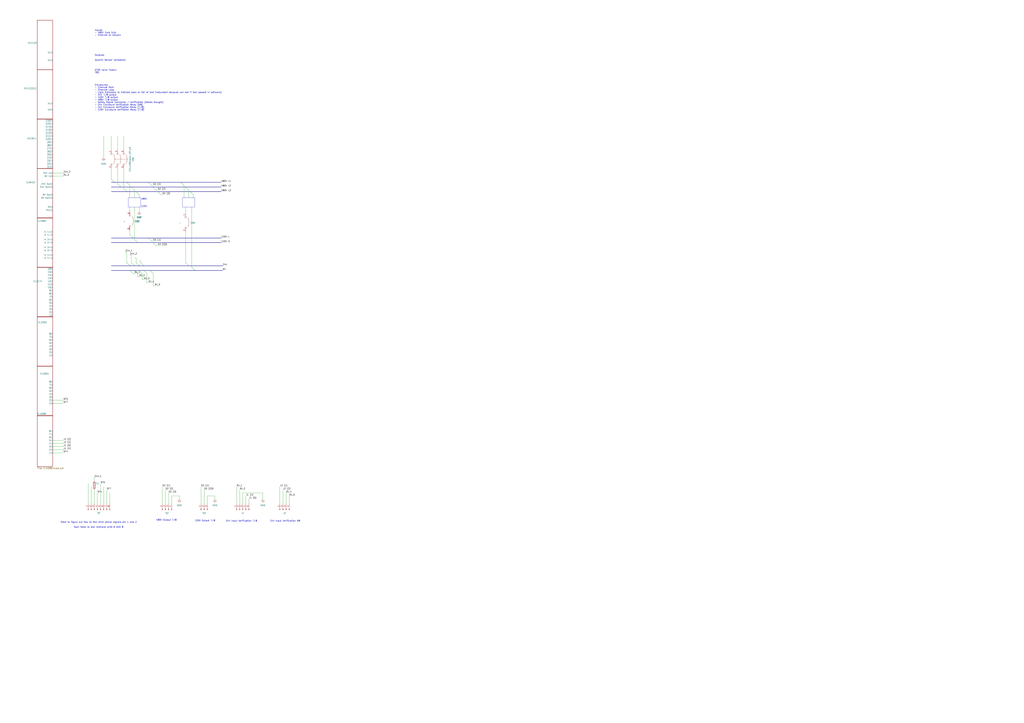
<source format=kicad_sch>
(kicad_sch (version 20250114) (generator "eeschema") (generator_version "9.0")
  (paper "A1")
  (lib_symbols
    (symbol "Connector:Conn_01x03_Pin" (pin_names (offset 1.016) (hide yes))
      (property "Reference" "J" (at 0 5.08 0))
      (property "Value" "Conn_01x03_Pin" (at 0 -5.08 0))
      (symbol "Conn_01x03_Pin_1_1"
        (rectangle (start 0.8636 2.667) (end 0 2.413) (stroke (width 0.1524)) (fill (type outline)))
        (rectangle (start 0.8636 0.127) (end 0 -0.127) (stroke (width 0.1524)) (fill (type outline)))
        (rectangle (start 0.8636 -2.413) (end 0 -2.667) (stroke (width 0.1524)) (fill (type outline)))
        (polyline (pts (xy 1.27 2.54) (xy 0.8636 2.54)) (stroke (width 0.1524)))
        (polyline (pts (xy 1.27 0) (xy 0.8636 0)) (stroke (width 0.1524)))
        (polyline (pts (xy 1.27 -2.54) (xy 0.8636 -2.54)) (stroke (width 0.1524)))
        (pin passive line (at 5.08 2.54 180) (length 3.81) (name "Pin_1") (number "1"))
        (pin passive line (at 5.08 0 180) (length 3.81) (name "Pin_2") (number "2"))
        (pin passive line (at 5.08 -2.54 180) (length 3.81) (name "Pin_3") (number "3"))
      )
    )
    (symbol "Connector:Conn_01x04_Pin" (pin_names (offset 1.016) (hide yes))
      (property "Reference" "J" (at 0 5.08 0))
      (property "Value" "Conn_01x04_Pin" (at 0 -7.62 0))
      (symbol "Conn_01x04_Pin_1_1"
        (rectangle (start 0.8636 2.667) (end 0 2.413) (stroke (width 0.1524)) (fill (type outline)))
        (rectangle (start 0.8636 0.127) (end 0 -0.127) (stroke (width 0.1524)) (fill (type outline)))
        (rectangle (start 0.8636 -2.413) (end 0 -2.667) (stroke (width 0.1524)) (fill (type outline)))
        (rectangle (start 0.8636 -4.953) (end 0 -5.207) (stroke (width 0.1524)) (fill (type outline)))
        (polyline (pts (xy 1.27 2.54) (xy 0.8636 2.54)) (stroke (width 0.1524)))
        (polyline (pts (xy 1.27 0) (xy 0.8636 0)) (stroke (width 0.1524)))
        (polyline (pts (xy 1.27 -2.54) (xy 0.8636 -2.54)) (stroke (width 0.1524)))
        (polyline (pts (xy 1.27 -5.08) (xy 0.8636 -5.08)) (stroke (width 0.1524)))
        (pin passive line (at 5.08 2.54 180) (length 3.81) (name "Pin_1") (number "1"))
        (pin passive line (at 5.08 0 180) (length 3.81) (name "Pin_2") (number "2"))
        (pin passive line (at 5.08 -2.54 180) (length 3.81) (name "Pin_3") (number "3"))
        (pin passive line (at 5.08 -5.08 180) (length 3.81) (name "Pin_4") (number "4"))
      )
    )
    (symbol "Connector:Conn_01x05_Pin" (pin_names (offset 1.016) (hide yes))
      (property "Reference" "J" (at 0 7.62 0))
      (property "Value" "Conn_01x05_Pin" (at 0 -7.62 0))
      (symbol "Conn_01x05_Pin_1_1"
        (rectangle (start 0.8636 5.207) (end 0 4.953) (stroke (width 0.1524)) (fill (type outline)))
        (rectangle (start 0.8636 2.667) (end 0 2.413) (stroke (width 0.1524)) (fill (type outline)))
        (rectangle (start 0.8636 0.127) (end 0 -0.127) (stroke (width 0.1524)) (fill (type outline)))
        (rectangle (start 0.8636 -2.413) (end 0 -2.667) (stroke (width 0.1524)) (fill (type outline)))
        (rectangle (start 0.8636 -4.953) (end 0 -5.207) (stroke (width 0.1524)) (fill (type outline)))
        (polyline (pts (xy 1.27 5.08) (xy 0.8636 5.08)) (stroke (width 0.1524)))
        (polyline (pts (xy 1.27 2.54) (xy 0.8636 2.54)) (stroke (width 0.1524)))
        (polyline (pts (xy 1.27 0) (xy 0.8636 0)) (stroke (width 0.1524)))
        (polyline (pts (xy 1.27 -2.54) (xy 0.8636 -2.54)) (stroke (width 0.1524)))
        (polyline (pts (xy 1.27 -5.08) (xy 0.8636 -5.08)) (stroke (width 0.1524)))
        (pin passive line (at 5.08 5.08 180) (length 3.81) (name "Pin_1") (number "1"))
        (pin passive line (at 5.08 2.54 180) (length 3.81) (name "Pin_2") (number "2"))
        (pin passive line (at 5.08 0 180) (length 3.81) (name "Pin_3") (number "3"))
        (pin passive line (at 5.08 -2.54 180) (length 3.81) (name "Pin_4") (number "4"))
        (pin passive line (at 5.08 -5.08 180) (length 3.81) (name "Pin_5") (number "5"))
      )
    )
    (symbol "Connector:Conn_01x08_Pin" (pin_names (offset 1.016) (hide yes))
      (property "Reference" "J" (at 0 10.16 0))
      (property "Value" "Conn_01x08_Pin" (at 0 -12.7 0))
      (symbol "Conn_01x08_Pin_1_1"
        (rectangle (start 0.8636 7.747) (end 0 7.493) (stroke (width 0.1524)) (fill (type outline)))
        (rectangle (start 0.8636 5.207) (end 0 4.953) (stroke (width 0.1524)) (fill (type outline)))
        (rectangle (start 0.8636 2.667) (end 0 2.413) (stroke (width 0.1524)) (fill (type outline)))
        (rectangle (start 0.8636 0.127) (end 0 -0.127) (stroke (width 0.1524)) (fill (type outline)))
        (rectangle (start 0.8636 -2.413) (end 0 -2.667) (stroke (width 0.1524)) (fill (type outline)))
        (rectangle (start 0.8636 -4.953) (end 0 -5.207) (stroke (width 0.1524)) (fill (type outline)))
        (rectangle (start 0.8636 -7.493) (end 0 -7.747) (stroke (width 0.1524)) (fill (type outline)))
        (rectangle (start 0.8636 -10.033) (end 0 -10.287) (stroke (width 0.1524)) (fill (type outline)))
        (polyline (pts (xy 1.27 7.62) (xy 0.8636 7.62)) (stroke (width 0.1524)))
        (polyline (pts (xy 1.27 5.08) (xy 0.8636 5.08)) (stroke (width 0.1524)))
        (polyline (pts (xy 1.27 2.54) (xy 0.8636 2.54)) (stroke (width 0.1524)))
        (polyline (pts (xy 1.27 0) (xy 0.8636 0)) (stroke (width 0.1524)))
        (polyline (pts (xy 1.27 -2.54) (xy 0.8636 -2.54)) (stroke (width 0.1524)))
        (polyline (pts (xy 1.27 -5.08) (xy 0.8636 -5.08)) (stroke (width 0.1524)))
        (polyline (pts (xy 1.27 -7.62) (xy 0.8636 -7.62)) (stroke (width 0.1524)))
        (polyline (pts (xy 1.27 -10.16) (xy 0.8636 -10.16)) (stroke (width 0.1524)))
        (pin passive line (at 5.08 7.62 180) (length 3.81) (name "Pin_1") (number "1"))
        (pin passive line (at 5.08 5.08 180) (length 3.81) (name "Pin_2") (number "2"))
        (pin passive line (at 5.08 2.54 180) (length 3.81) (name "Pin_3") (number "3"))
        (pin passive line (at 5.08 0 180) (length 3.81) (name "Pin_4") (number "4"))
        (pin passive line (at 5.08 -2.54 180) (length 3.81) (name "Pin_5") (number "5"))
        (pin passive line (at 5.08 -5.08 180) (length 3.81) (name "Pin_6") (number "6"))
        (pin passive line (at 5.08 -7.62 180) (length 3.81) (name "Pin_7") (number "7"))
        (pin passive line (at 5.08 -10.16 180) (length 3.81) (name "Pin_8") (number "8"))
      )
    )
    (symbol "Device:CircuitBreaker_1P_US"
      (property "Reference" "CB" (at 3.175 -1.27 0))
      (property "Value" "CircuitBreaker_1P_US" (at 3.175 0.635 0))
      (symbol "CircuitBreaker_1P_US_0_1"
        (arc (start 1.905 3.81) (mid 2.8044 0) (end 1.905 -3.81))
        (circle (center 0 4.445) (radius 0.635))
        (circle (center 0 -4.445) (radius 0.635))
      )
      (symbol "CircuitBreaker_1P_US_1_1"
        (pin passive line (at 0 7.62 270) (length 2.54) (name "~") (number "1"))
        (pin passive line (at 0 -7.62 90) (length 2.54) (name "~") (number "2"))
      )
    )
    (symbol "Device:CircuitBreaker_3P_US"
      (property "Reference" "CB" (at 10.16 0 0))
      (property "Value" "CircuitBreaker_3P_US" (at 10.16 2.54 0))
      (symbol "CircuitBreaker_3P_US_0_1"
        (arc (start 1.905 3.81) (mid 2.8044 0) (end 1.905 -3.81))
        (polyline (pts (xy -2.286 0) (xy -1.27 0)))
        (polyline (pts (xy -0.762 0) (xy 0.254 0)))
        (circle (center 0 4.445) (radius 0.635))
        (circle (center 0 -4.445) (radius 0.635))
        (polyline (pts (xy 0.762 0) (xy 1.778 0)))
        (polyline (pts (xy 2.286 0) (xy 3.302 0)))
        (polyline (pts (xy 3.81 0) (xy 4.826 0)))
        (polyline (pts (xy 5.334 0) (xy 6.35 0)))
        (polyline (pts (xy 6.858 0) (xy 7.874 0)))
      )
      (symbol "CircuitBreaker_3P_US_1_1"
        (arc (start -3.175 3.81) (mid -2.2756 0) (end -3.175 -3.81))
        (circle (center -5.08 4.445) (radius 0.635))
        (circle (center -5.08 -4.445) (radius 0.635))
        (arc (start 6.985 3.81) (mid 7.8844 0) (end 6.985 -3.81))
        (circle (center 5.08 4.445) (radius 0.635))
        (circle (center 5.08 -4.445) (radius 0.635))
        (pin passive line (at -5.08 7.62 270) (length 2.54) (name "~") (number "1"))
        (pin passive line (at -5.08 -7.62 90) (length 2.54) (name "~") (number "2"))
        (pin passive line (at 0 7.62 270) (length 2.54) (name "~") (number "3"))
        (pin passive line (at 0 -7.62 90) (length 2.54) (name "~") (number "4"))
        (pin passive line (at 5.08 7.62 270) (length 2.54) (name "~") (number "5"))
        (pin passive line (at 5.08 -7.62 90) (length 2.54) (name "~") (number "6"))
      )
    )
    (symbol "Device:Fuse" (pin_numbers (hide yes)) (pin_names (offset 0))
      (property "Reference" "F" (at 2.032 0 90))
      (property "Value" "Fuse" (at -1.905 0 90))
      (symbol "Fuse_0_1"
        (rectangle (start -0.762 -2.54) (end 0.762 2.54) (stroke (width 0.254)))
        (polyline (pts (xy 0 2.54) (xy 0 -2.54)))
      )
      (symbol "Fuse_1_1"
        (pin passive line (at 0 3.81 270) (length 1.27) (name "~") (number "1"))
        (pin passive line (at 0 -3.81 90) (length 1.27) (name "~") (number "2"))
      )
    )
    (symbol "power:GND" (power) (pin_numbers (hide yes)) (pin_names (offset 0) (hide yes))
      (property "Value" "GND" (at 0 -3.81 0))
      (symbol "GND_0_1"
        (polyline (pts (xy 0 0) (xy 0 -1.27) (xy 1.27 -1.27) (xy 0 -2.54) (xy -1.27 -1.27) (xy 0 -1.27)))
      )
      (symbol "GND_1_1"
        (pin power_in line (at 0 0 270) (length 0) (name "~") (number "1"))
      )
    )
  )
  (rectangle (start 114.3 162.56) (end 114.3 162.56))
  (rectangle (start 111.76 166.37) (end 111.76 166.37))
  (rectangle (start 105.41 162.56) (end 115.57 170.18))
  (rectangle (start 149.86 162.56) (end 160.02 170.18))
  (text "120V Output 7/8" (at 168.402 427.99 0) (effects (font (size 1.27 1.27))))
  (text "120V\n" (at 118.364 169.672 0) (effects (font (size 1.27 1.27))))
  (text "Inputs: \n- 480V Cord Grip\n- Ethernet to network\n\n\n\n\n\n\n\nOutputs:\n\nGeneric Sensor Validation:\n\n\n\nATOS Valve Tester:\nTBD\n\n\n\n\nEnclosures:\n- Ethercat Main\n- Ethercat Loop\n- Light indicators to indicate pass or fail of test (redundant because can see if test passed in software)\n- 24V 7/8 output\n- 120V 7/8 output\n- 480V 7/8 output\n- Safety Signal Connector / Verification (Needs thought)\n- 24V Enclosure Verification Relay (M8)\n- 24V Enclosure Verification Relay (7/8)\n- 120V Enclosure Verifiation Relay (7/8)\n" (at 77.724 57.658 0) (effects (font (size 1.27 1.27)) (justify left)))
  (text "24V Input Verification M8" (at 234.188 428.244 0) (effects (font (size 1.27 1.27))))
  (text "480V" (at 118.364 163.576 0) (effects (font (size 1.27 1.27))))
  (text "24V Input Verification 7/8\n" (at 198.374 428.244 0) (effects (font (size 1.27 1.27))))
  (text "Need to figure out how to test mine phone signals pin 1 and 2\n\nDont Need to test methane pINS 6 AND 8\n\n\n" (at 81.026 433.324 0) (effects (font (size 1.27 1.27))))
  (text "480V Output 7/8\n\n" (at 136.652 428.498 0) (effects (font (size 1.27 1.27))))
  (bus_entry (at 129.54 157.48) (size 2.54 2.54))
  (bus_entry (at 125.73 153.67) (size 2.54 2.54))
  (bus_entry (at 104.14 149.86) (size 2.54 2.54))
  (bus_entry (at 111.76 157.48) (size 2.54 2.54))
  (bus_entry (at 107.95 215.9) (size 2.54 2.54))
  (bus_entry (at 125.73 199.39) (size 2.54 2.54))
  (bus_entry (at 106.68 222.25) (size 2.54 2.54))
  (bus_entry (at 123.19 222.25) (size 2.54 2.54))
  (bus_entry (at 107.95 153.67) (size 2.54 2.54))
  (bus_entry (at 110.49 222.25) (size 2.54 2.54))
  (bus_entry (at 111.76 215.9) (size 2.54 2.54))
  (bus_entry (at 106.68 193.04) (size 2.54 2.54))
  (bus_entry (at 115.57 215.9) (size 2.54 2.54))
  (bus_entry (at 118.11 222.25) (size 2.54 2.54))
  (bus_entry (at 152.4 153.67) (size 2.54 2.54))
  (bus_entry (at 101.6 154.94) (size 2.54 2.54))
  (bus_entry (at 152.4 215.9) (size 2.54 2.54))
  (bus_entry (at 104.14 215.9) (size 2.54 2.54))
  (bus_entry (at 114.3 222.25) (size 2.54 2.54))
  (bus_entry (at 157.48 219.71) (size 2.54 2.54))
  (bus_entry (at 121.92 195.58) (size 2.54 2.54))
  (bus_entry (at 156.21 157.48) (size 2.54 2.54))
  (bus_entry (at 96.52 151.13) (size 2.54 2.54))
  (bus_entry (at 121.92 149.86) (size 2.54 2.54))
  (bus_entry (at 91.44 147.32) (size 2.54 2.54))
  (bus_entry (at 110.49 196.85) (size 2.54 2.54))
  (bus_entry (at 148.59 149.86) (size 2.54 2.54))
  (wire (pts (xy 140.97 407.67) (xy 140.97 414.02)))
  (wire (pts (xy 43.18 331.47) (xy 52.07 331.47)))
  (bus (pts (xy 104.14 149.86) (xy 121.92 149.86)))
  (wire (pts (xy 199.39 405.13) (xy 215.9 405.13)))
  (wire (pts (xy 116.84 229.87) (xy 118.11 229.87)))
  (wire (pts (xy 80.01 405.13) (xy 80.01 414.02)))
  (wire (pts (xy 199.39 405.13) (xy 199.39 414.02)))
  (bus (pts (xy 109.22 195.58) (xy 121.92 195.58)))
  (bus (pts (xy 93.98 149.86) (xy 104.14 149.86)))
  (wire (pts (xy 135.89 402.59) (xy 135.89 414.02)))
  (wire (pts (xy 43.18 367.03) (xy 52.07 367.03)))
  (bus (pts (xy 125.73 199.39) (xy 181.61 199.39)))
  (bus (pts (xy 91.44 222.25) (xy 106.68 222.25)))
  (wire (pts (xy 128.27 156.21) (xy 129.54 156.21)))
  (wire (pts (xy 151.13 152.4) (xy 151.13 162.56)))
  (bus (pts (xy 104.14 157.48) (xy 111.76 157.48)))
  (bus (pts (xy 113.03 199.39) (xy 125.73 199.39)))
  (wire (pts (xy 152.4 170.18) (xy 152.4 175.26)))
  (wire (pts (xy 106.68 152.4) (xy 106.68 162.56)))
  (wire (pts (xy 229.87 400.05) (xy 229.87 414.02)))
  (bus (pts (xy 91.44 157.48) (xy 104.14 157.48)))
  (bus (pts (xy 123.19 222.25) (xy 160.02 222.25)))
  (bus (pts (xy 156.21 157.48) (xy 181.61 157.48)))
  (wire (pts (xy 201.93 407.67) (xy 201.93 414.02)))
  (wire (pts (xy 128.27 201.93) (xy 129.54 201.93)))
  (wire (pts (xy 114.3 170.18) (xy 114.3 173.99)))
  (bus (pts (xy 111.76 157.48) (xy 129.54 157.48)))
  (bus (pts (xy 91.44 218.44) (xy 106.68 218.44)))
  (wire (pts (xy 167.64 402.59) (xy 167.64 414.02)))
  (bus (pts (xy 106.68 222.25) (xy 110.49 222.25)))
  (wire (pts (xy 204.47 410.21) (xy 204.47 414.02)))
  (wire (pts (xy 133.35 400.05) (xy 133.35 414.02)))
  (bus (pts (xy 125.73 153.67) (xy 152.4 153.67)))
  (wire (pts (xy 120.65 232.41) (xy 121.92 232.41)))
  (wire (pts (xy 43.18 369.57) (xy 52.07 369.57)))
  (wire (pts (xy 85.09 400.05) (xy 85.09 414.02)))
  (wire (pts (xy 43.18 142.24) (xy 52.07 142.24)))
  (wire (pts (xy 107.95 209.55) (xy 107.95 215.9)))
  (wire (pts (xy 176.53 407.67) (xy 176.53 410.21)))
  (wire (pts (xy 96.52 138.43) (xy 96.52 151.13)))
  (wire (pts (xy 104.14 215.9) (xy 104.14 207.01)))
  (wire (pts (xy 116.84 224.79) (xy 116.84 229.87)))
  (wire (pts (xy 114.3 160.02) (xy 114.3 162.56)))
  (wire (pts (xy 110.49 170.18) (xy 110.49 196.85)))
  (wire (pts (xy 96.52 111.76) (xy 96.52 123.19)))
  (wire (pts (xy 43.18 361.95) (xy 52.07 361.95)))
  (wire (pts (xy 114.3 214.63) (xy 115.57 214.63)))
  (wire (pts (xy 194.31 400.05) (xy 194.31 414.02)))
  (bus (pts (xy 118.11 222.25) (xy 123.19 222.25)))
  (wire (pts (xy 157.48 170.18) (xy 157.48 219.71)))
  (wire (pts (xy 77.47 402.59) (xy 77.47 414.02)))
  (wire (pts (xy 106.68 170.18) (xy 106.68 173.99)))
  (wire (pts (xy 234.95 405.13) (xy 234.95 414.02)))
  (wire (pts (xy 170.18 414.02) (xy 170.18 407.67)))
  (wire (pts (xy 43.18 328.93) (xy 52.07 328.93)))
  (wire (pts (xy 113.03 227.33) (xy 114.3 227.33)))
  (wire (pts (xy 106.68 209.55) (xy 107.95 209.55)))
  (wire (pts (xy 147.32 407.67) (xy 147.32 410.21)))
  (wire (pts (xy 77.47 392.43) (xy 77.47 394.97)))
  (wire (pts (xy 110.49 212.09) (xy 111.76 212.09)))
  (bus (pts (xy 121.92 195.58) (xy 181.61 195.58)))
  (bus (pts (xy 121.92 149.86) (xy 148.59 149.86)))
  (wire (pts (xy 152.4 190.5) (xy 152.4 215.9)))
  (bus (pts (xy 114.3 218.44) (xy 118.11 218.44)))
  (bus (pts (xy 99.06 153.67) (xy 107.95 153.67)))
  (bus (pts (xy 118.11 218.44) (xy 154.94 218.44)))
  (bus (pts (xy 91.44 149.86) (xy 93.98 149.86)))
  (wire (pts (xy 110.49 156.21) (xy 110.49 162.56)))
  (bus (pts (xy 106.68 218.44) (xy 110.49 218.44)))
  (bus (pts (xy 107.95 153.67) (xy 125.73 153.67)))
  (wire (pts (xy 140.97 407.67) (xy 147.32 407.67)))
  (wire (pts (xy 101.6 138.43) (xy 101.6 154.94)))
  (wire (pts (xy 237.49 407.67) (xy 237.49 414.02)))
  (wire (pts (xy 101.6 111.76) (xy 101.6 123.19)))
  (wire (pts (xy 111.76 212.09) (xy 111.76 215.9)))
  (wire (pts (xy 43.18 144.78) (xy 52.07 144.78)))
  (bus (pts (xy 129.54 157.48) (xy 156.21 157.48)))
  (bus (pts (xy 91.44 153.67) (xy 99.06 153.67)))
  (bus (pts (xy 160.02 222.25) (xy 182.88 222.25)))
  (bus (pts (xy 91.44 199.39) (xy 113.03 199.39)))
  (bus (pts (xy 154.94 218.44) (xy 182.88 218.44)))
  (wire (pts (xy 115.57 215.9) (xy 115.57 214.63)))
  (wire (pts (xy 154.94 156.21) (xy 154.94 162.56)))
  (wire (pts (xy 104.14 207.01) (xy 102.87 207.01)))
  (wire (pts (xy 132.08 160.02) (xy 133.35 160.02)))
  (wire (pts (xy 196.85 402.59) (xy 196.85 414.02)))
  (wire (pts (xy 82.55 397.51) (xy 82.55 414.02)))
  (wire (pts (xy 106.68 189.23) (xy 106.68 193.04)))
  (wire (pts (xy 91.44 138.43) (xy 91.44 147.32)))
  (wire (pts (xy 125.73 224.79) (xy 125.73 234.95)))
  (wire (pts (xy 85.09 111.76) (xy 85.09 129.54)))
  (wire (pts (xy 215.9 405.13) (xy 215.9 410.21)))
  (wire (pts (xy 43.18 372.11) (xy 52.07 372.11)))
  (wire (pts (xy 87.63 402.59) (xy 87.63 414.02)))
  (bus (pts (xy 110.49 222.25) (xy 114.3 222.25)))
  (bus (pts (xy 110.49 218.44) (xy 114.3 218.44)))
  (wire (pts (xy 125.73 234.95) (xy 127 234.95)))
  (wire (pts (xy 232.41 402.59) (xy 232.41 414.02)))
  (wire (pts (xy 109.22 224.79) (xy 110.49 224.79)))
  (wire (pts (xy 124.46 198.12) (xy 125.73 198.12)))
  (wire (pts (xy 138.43 405.13) (xy 138.43 414.02)))
  (wire (pts (xy 158.75 160.02) (xy 158.75 162.56)))
  (wire (pts (xy 124.46 152.4) (xy 125.73 152.4)))
  (wire (pts (xy 91.44 111.76) (xy 91.44 123.19)))
  (wire (pts (xy 43.18 364.49) (xy 52.07 364.49)))
  (wire (pts (xy 120.65 224.79) (xy 120.65 232.41)))
  (bus (pts (xy 148.59 149.86) (xy 181.61 149.86)))
  (bus (pts (xy 114.3 222.25) (xy 118.11 222.25)))
  (wire (pts (xy 170.18 407.67) (xy 176.53 407.67)))
  (wire (pts (xy 74.93 400.05) (xy 74.93 414.02)))
  (wire (pts (xy 113.03 224.79) (xy 113.03 227.33)))
  (bus (pts (xy 91.44 195.58) (xy 109.22 195.58)))
  (wire (pts (xy 165.1 400.05) (xy 165.1 414.02)))
  (wire (pts (xy 72.39 397.51) (xy 72.39 414.02)))
  (wire (pts (xy 90.17 405.13) (xy 90.17 414.02)))
  (bus (pts (xy 152.4 153.67) (xy 181.61 153.67)))
  (label "SF7" (at 87.63 402.59 0))
  (label "S3 (1)" (at 125.73 198.12 0))
  (label "120V L" (at 181.61 195.58 0))
  (label "J2 (1)" (at 229.87 400.05 0))
  (label "0V_2" (at 196.85 402.59 0))
  (label "S3 (2)0" (at 129.54 201.93 0))
  (label "SF5" (at 82.55 397.51 0))
  (label "24V" (at 182.88 218.44 0))
  (label "SF4" (at 80.01 405.13 0))
  (label "SF7" (at 52.07 331.47 0))
  (label "J2 (2)" (at 232.41 402.59 0))
  (label "480V L1" (at 181.61 149.86 0))
  (label "J1 (4)" (at 52.07 369.57 0))
  (label "J1 (4)" (at 201.93 407.67 0))
  (label "SF5" (at 52.07 328.93 0))
  (label "S2 (2)" (at 129.54 156.21 0))
  (label "S3 (1)" (at 165.1 400.05 0))
  (label "0V_3" (at 118.11 229.87 0))
  (label "480V L2" (at 181.61 153.67 0))
  (label "S2 (1)" (at 133.35 400.05 0))
  (label "24V_1" (at 77.47 392.43 0))
  (label "0V_4" (at 121.92 232.41 0))
  (label "480V L3" (at 181.61 157.48 0))
  (label "S2 (3)" (at 133.35 160.02 0))
  (label "0V_5" (at 237.49 407.67 0))
  (label "24V_2" (at 52.07 142.24 0))
  (label "J1 (5)" (at 204.47 410.21 0))
  (label "0V_5" (at 127 234.95 0))
  (label "0V_1" (at 194.31 400.05 0))
  (label "0V_2" (at 114.3 227.33 0))
  (label "S2 (1)" (at 125.73 152.4 0))
  (label "S2 (2)" (at 135.89 402.59 0))
  (label "0V_1" (at 110.49 224.79 0))
  (label "0V_4" (at 234.95 405.13 0))
  (label "24V_1" (at 102.87 207.01 0))
  (label "0V_3" (at 52.07 144.78 0))
  (label "SF4" (at 52.07 372.11 0))
  (label "0V" (at 182.88 222.25 0))
  (label "J2 (2)" (at 52.07 361.95 0))
  (label "S3 (2)0" (at 167.64 402.59 0))
  (label "J1 (5)" (at 52.07 367.03 0))
  (label "S2 (3)" (at 138.43 405.13 0))
  (label "J2 (1)" (at 52.07 364.49 0))
  (label "24V_2" (at 106.68 209.55 0))
  (label "120V N" (at 181.61 199.39 0))
  (symbol (lib_id "Device:CircuitBreaker_1P_US") (at 152.4 182.88 0) (unit 1)
    (property "Reference" "CB3" (at 156.464 183.134 0) (effects (justify left)))
    (property "Value" "~" (at 147.32 183.388 0) (effects (justify left)))
    (property "Description" "Single pole circuit breaker, US symbol" (effects (hide yes)))
  )
  (symbol (lib_id "Device:CircuitBreaker_1P_US") (at 106.68 181.61 0) (unit 1)
    (property "Reference" "CB2" (at 110.744 181.864 0) (effects (justify left)))
    (property "Value" "~" (at 101.6 182.118 0) (effects (justify left)))
    (property "Description" "Single pole circuit breaker, US symbol" (effects (hide yes)))
  )
  (symbol (lib_id "power:GND") (at 147.32 410.21 0) (unit 1)
    (property "Reference" "#PWR03" (effects (hide yes)))
    (property "Value" "GND" (at 147.32 415.29 0))
    (property "Description" "Power symbol creates a global label with name \"GND\" , ground" (effects (hide yes)))
  )
  (symbol (lib_id "Connector:Conn_01x03_Pin") (at 167.64 419.1 90) (unit 1)
    (property "Reference" "S3" (at 167.64 421.64 90))
    (property "Value" "Conn_01x03_Pin" (effects (hide yes)))
    (property "Description" "Generic connector, single row, 01x03, script generated" (effects (hide yes)))
  )
  (symbol (lib_id "power:GND") (at 215.9 410.21 0) (unit 1)
    (property "Reference" "#PWR05" (effects (hide yes)))
    (property "Value" "GND" (at 215.9 415.29 0))
    (property "Description" "Power symbol creates a global label with name \"GND\" , ground" (effects (hide yes)))
  )
  (symbol (lib_id "Connector:Conn_01x04_Pin") (at 135.89 419.1 90) (unit 1)
    (property "Reference" "S2" (at 137.16 421.64 90))
    (property "Value" "Conn_01x04_Pin" (effects (hide yes)))
    (property "Description" "Generic connector, single row, 01x04, script generated" (effects (hide yes)))
  )
  (symbol (lib_id "Device:CircuitBreaker_3P_US") (at 96.52 130.81 0) (unit 1)
    (property "Reference" "CB1" (at 109.22 130.81 90))
    (property "Value" "CircuitBreaker_3P_US" (at 106.68 130.81 90))
    (property "Description" "Triple pole circuit breaker, US symbol" (effects (hide yes)))
  )
  (symbol (lib_id "Connector:Conn_01x08_Pin") (at 80.01 419.1 90) (unit 1)
    (property "Reference" "SF" (at 81.28 421.64 90))
    (property "Value" "Conn_01x08_Pin" (effects (hide yes)))
    (property "Description" "Generic connector, single row, 01x08, script generated" (effects (hide yes)))
  )
  (symbol (lib_id "Connector:Conn_01x04_Pin") (at 232.41 419.1 90) (unit 1)
    (property "Reference" "J2" (at 233.68 421.64 90))
    (property "Value" "Conn_01x04_Pin" (effects (hide yes)))
    (property "Description" "Generic connector, single row, 01x04, script generated" (effects (hide yes)))
  )
  (symbol (lib_id "power:GND") (at 176.53 410.21 0) (unit 1)
    (property "Reference" "#PWR04" (effects (hide yes)))
    (property "Value" "GND" (at 176.53 415.29 0))
    (property "Description" "Power symbol creates a global label with name \"GND\" , ground" (effects (hide yes)))
  )
  (symbol (lib_id "power:GND") (at 85.09 129.54 0) (unit 1)
    (property "Reference" "#PWR01" (effects (hide yes)))
    (property "Value" "GND" (at 85.09 134.62 0))
    (property "Description" "Power symbol creates a global label with name \"GND\" , ground" (effects (hide yes)))
  )
  (symbol (lib_id "Connector:Conn_01x05_Pin") (at 199.39 419.1 90) (unit 1)
    (property "Reference" "J1" (at 199.39 421.64 90))
    (property "Value" "Conn_01x05_Pin" (effects (hide yes)))
    (property "Description" "Generic connector, single row, 01x05, script generated" (effects (hide yes)))
  )
  (symbol (lib_id "Device:Fuse") (at 77.47 398.78 0) (unit 1)
    (property "Reference" "F1" (at 78.74 397.51 0) (effects (justify left)))
    (property "Value" "Fuse" (effects (hide yes)))
    (property "Description" "Fuse" (effects (hide yes)))
  )
  (symbol (lib_id "power:GND") (at 114.3 173.99 0) (unit 1)
    (property "Reference" "#PWR02" (effects (hide yes)))
    (property "Value" "GND" (at 114.3 178.562 0))
    (property "Description" "Power symbol creates a global label with name \"GND\" , ground" (effects (hide yes)))
  )
  (sheet (at 30.48 341.63) (size 12.7 41.91) (stroke (width 0.1524))
    (property "Sheetname" "EL1008" (at 30.48 340.9184 0) (effects (justify left bottom)))
    (property "Sheetfile" "EL1008.kicad_sch" (at 30.48 384.1246 0) (effects (justify left top)))
    (pin "2" input (at 43.18 369.57 0))
    (pin "3" input (at 43.18 367.03 0))
    (pin "1" input (at 43.18 372.11 0))
    (pin "6" input (at 43.18 359.41 0))
    (pin "4" input (at 43.18 364.49 0))
    (pin "5" input (at 43.18 361.95 0))
    (pin "7" input (at 43.18 356.87 0))
    (pin "8" input (at 43.18 354.33 0))
  )
  (sheet (at 30.48 138.43) (size 12.7 40.64) (stroke (width 0.1524))
    (property "Sheetname" "EL9410" (at 21.59 150.622 0) (effects (justify left bottom)))
    (property "Sheetfile" "EL9410.kicad_sch" (effects (hide yes)))
    (pin "24V In" output (at 43.18 142.24 0))
    (pin "0V In" output (at 43.18 144.78 0))
    (pin "24V Out" output (at 43.18 151.13 0))
    (pin "0V Out" output (at 43.18 160.02 0))
    (pin "PE" output (at 43.18 170.18 0))
    (pin "PE1" output (at 43.18 172.72 0))
    (pin "24V Out1" output (at 43.18 153.67 0))
    (pin "0V Out1" output (at 43.18 162.56 0))
  )
  (sheet (at 30.48 300.99) (size 12.7 40.64) (stroke (width 0.1524))
    (property "Sheetname" "EL2024" (at 33.02 307.848 0) (effects (justify left bottom)))
    (property "Sheetfile" "EL2024.kicad_sch" (effects (hide yes)))
    (pin "1" output (at 43.18 331.47 0))
    (pin "8" output (at 43.18 313.69 0))
    (pin "2" output (at 43.18 328.93 0))
    (pin "3" output (at 43.18 326.39 0))
    (pin "4" output (at 43.18 323.85 0))
    (pin "5" output (at 43.18 321.31 0))
    (pin "6" output (at 43.18 318.77 0))
    (pin "7" output (at 43.18 316.23 0))
  )
  (sheet (at 30.48 179.07) (size 12.7 40.64) (stroke (width 0.1524))
    (property "Sheetname" "EL1904" (at 30.988 182.372 0) (effects (justify left bottom)))
    (property "Sheetfile" "EL1904.kicad_sch" (effects (hide yes)))
    (pin "In 1-" output (at 43.18 193.04 0))
    (pin "In 1+" output (at 43.18 190.5 0))
    (pin "In 2-" output (at 43.18 199.39 0))
    (pin "In 4+" output (at 43.18 209.55 0))
    (pin "In 2+" output (at 43.18 196.85 0))
    (pin "In 3+" output (at 43.18 203.2 0))
    (pin "In 3-" output (at 43.18 205.74 0))
    (pin "In 4-" output (at 43.18 212.09 0))
  )
  (sheet (at 30.48 219.71) (size 12.7 40.64) (stroke (width 0.1524))
    (property "Sheetname" "EL3174" (at 27.432 231.902 0) (effects (justify left bottom)))
    (property "Sheetfile" "EL3174.kicad_sch" (effects (hide yes)))
    (pin "4" output (at 43.18 251.46 0))
    (pin "9" output (at 43.18 238.76 0))
    (pin "5" output (at 43.18 248.92 0))
    (pin "10" output (at 43.18 236.22 0))
    (pin "3" output (at 43.18 254 0))
    (pin "1" output (at 43.18 259.08 0))
    (pin "14" output (at 43.18 226.06 0))
    (pin "15" output (at 43.18 223.52 0))
    (pin "16" output (at 43.18 220.98 0))
    (pin "2" output (at 43.18 256.54 0))
    (pin "6" output (at 43.18 246.38 0))
    (pin "7" output (at 43.18 243.84 0))
    (pin "8" output (at 43.18 241.3 0))
    (pin "11" output (at 43.18 233.68 0))
    (pin "12" output (at 43.18 231.14 0))
    (pin "13" output (at 43.18 228.6 0))
  )
  (sheet (at 30.48 57.15) (size 12.7 40.64) (stroke (width 0.1524))
    (property "Sheetname" "EK1122(1)" (at 19.558 73.406 0) (effects (justify left bottom)))
    (property "Sheetfile" "EK1122.kicad_sch" (effects (hide yes)))
    (pin "X2" bidirectional (at 43.18 90.17 0))
    (pin "X1" bidirectional (at 43.18 85.09 0))
  )
  (sheet (at 30.48 260.35) (size 12.7 40.64) (stroke (width 0.1524))
    (property "Sheetname" "EL3202" (at 31.242 265.684 0) (effects (justify left bottom)))
    (property "Sheetfile" "EL3202.kicad_sch" (effects (hide yes)))
    (pin "4" output (at 43.18 284.48 0))
    (pin "2" output (at 43.18 289.56 0))
    (pin "1" output (at 43.18 292.1 0))
    (pin "3" output (at 43.18 287.02 0))
    (pin "5" output (at 43.18 281.94 0))
    (pin "6" output (at 43.18 279.4 0))
    (pin "7" output (at 43.18 276.86 0))
    (pin "8" output (at 43.18 274.32 0))
  )
  (sheet (at 30.48 97.79) (size 12.7 40.64) (stroke (width 0.1524))
    (property "Sheetname" "EK1914" (at 22.352 114.554 0) (effects (justify left bottom)))
    (property "Sheetfile" "EK1914.kicad_sch" (effects (hide yes)))
    (pin "(10)" input (at 43.18 114.3 0))
    (pin "(6)" output (at 43.18 124.46 0))
    (pin "(12)" output (at 43.18 109.22 0))
    (pin "(5)" output (at 43.18 127 0))
    (pin "(7)" input (at 43.18 121.92 0))
    (pin "(8)" output (at 43.18 119.38 0))
    (pin "(4)" output (at 43.18 129.54 0))
    (pin "(13)" output (at 43.18 106.68 0))
    (pin "(11)" input (at 43.18 111.76 0))
    (pin "(16)" output (at 43.18 99.06 0))
    (pin "(14)" output (at 43.18 104.14 0))
    (pin "(15)" input (at 43.18 101.6 0))
    (pin "(3)" input (at 43.18 132.08 0))
    (pin "(1)" input (at 43.18 137.16 0))
    (pin "(9)" input (at 43.18 116.84 0))
    (pin "(2)" input (at 43.18 134.62 0))
  )
  (sheet (at 30.48 16.51) (size 12.7 40.64) (stroke (width 0.1524))
    (property "Sheetname" "EK1122" (at 22.86 36.068 0) (effects (justify left bottom)))
    (property "Sheetfile" "EK1122.kicad_sch" (effects (hide yes)))
    (pin "X2" bidirectional (at 43.18 49.53 0))
    (pin "X1" bidirectional (at 43.18 43.18 0))
  )
)
</source>
